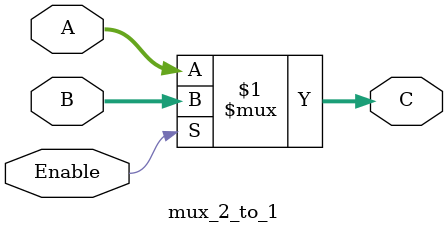
<source format=v>

module mux_2_to_1 #(parameter data_width = 32) (
    input [data_width - 1 : 0] A,
    input [data_width - 1 : 0] B,
    input Enable,
    output [data_width - 1 : 0] C);

assign C = Enable ? B : A;
    
endmodule

</source>
